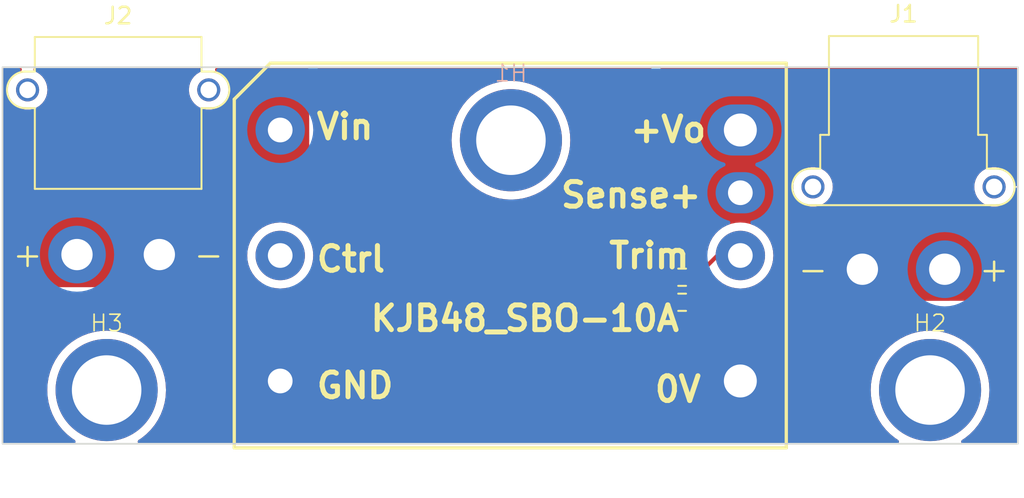
<source format=kicad_pcb>
(kicad_pcb (version 20221018) (generator pcbnew)
  (layers (0 "F.Cu" signal) (31 "B.Cu" signal) (34 "B.Paste" user) (35 "F.Paste" user) (36 "B.SilkS" user "B.Silkscreen") (37 "F.SilkS" user "F.Silkscreen") (38 "B.Mask" user) (39 "F.Mask" user) (44 "Edge.Cuts" user))
  (net 0 "")
  (net 2 "GND")
  (net 3 "/Out")
  (net 4 "+24V")
  (net 5 "Net-(U1-Trim)")
  (footprint "DingLAB_miniPC_Power:SMTSO30110CTJ" (layer "F.Cu") (at 142 119.6)
    (fp_text reference "H2" (at 0 -4.064 unlocked) (layer "F.SilkS") (effects (font (thickness 0.1))))
    (fp_text value "MountingHole")
    (pad "1" thru_hole circle (at 0 0) (size 6.2 6.2) (drill 4.22) (layers "*.Cu" "*.Mask"))
  )
  (footprint "Resistor_SMD:R_0603_1608Metric" (layer "F.Cu") (at 126.945 114.27)
    (fp_text reference "R1" hide)
    (fp_text value "150k")
    (fp_line (start -0.237258 -0.5225) (end 0.237258 -0.5225) (stroke (width 0.12)) (layer "F.SilkS"))
    (fp_line (start -0.237258 0.5225) (end 0.237258 0.5225) (stroke (width 0.12)) (layer "F.SilkS"))
    (pad "1" smd roundrect (at -0.825 0) (size 0.8 0.95) (layers "F.Cu" "F.Paste" "F.Mask") (net 3 "/Out"))
    (pad "2" smd roundrect (at 0.825 0) (size 0.8 0.95) (layers "F.Cu" "F.Paste" "F.Mask") (net 5 "Net-(U1-Trim)"))
  )
  (footprint "Resistor_SMD:R_0603_1608Metric" (layer "F.Cu") (at 126.945 112.75)
    (fp_text reference "R2" hide)
    (fp_text value "1.15M")
    (fp_line (start -0.237258 -0.5225) (end 0.237258 -0.5225) (stroke (width 0.12)) (layer "F.SilkS"))
    (fp_line (start -0.237258 0.5225) (end 0.237258 0.5225) (stroke (width 0.12)) (layer "F.SilkS"))
    (pad "1" smd roundrect (at -0.825 0) (size 0.8 0.95) (layers "F.Cu" "F.Paste" "F.Mask") (net 3 "/Out"))
    (pad "2" smd roundrect (at 0.825 0) (size 0.8 0.95) (layers "F.Cu" "F.Paste" "F.Mask") (net 5 "Net-(U1-Trim)"))
  )
  (footprint "DingLAB_miniPC_Power:KJB48_SBO-10A" (layer "F.Cu") (at 116.51 111.43)
    (fp_text reference "U1" hide)
    (fp_text value "KJB48xxSBO-10A" hide)
    (fp_text user "Vin" (at -11.9125 -6.94726 unlocked) (layer "F.SilkS") (effects (font (size 1.5 1.5) (thickness 0.3048)) (justify left bottom)))
    (fp_text user "Ctrl" (at -11.90973 1.09699 unlocked) (layer "F.SilkS") (effects (font (size 1.5 1.5) (thickness 0.3048)) (justify left bottom)))
    (fp_text user "KJB48_SBO-10A" (at -8.636 4.699 unlocked) (layer "F.SilkS") (effects (font (size 1.5 1.5) (thickness 0.3048)) (justify left bottom)))
    (fp_text user "+Vo" (at 7.14514 -6.77287 unlocked) (layer "F.SilkS") (effects (font (size 1.5 1.5) (thickness 0.3048)) (justify left bottom)))
    (fp_text user "GND" (at -11.90973 8.7756 unlocked) (layer "F.SilkS") (effects (font (size 1.5 1.5) (thickness 0.3048)) (justify left bottom)))
    (fp_text user "Sense+" (at 2.921 -2.794 unlocked) (layer "F.SilkS") (effects (font (size 1.5 1.5) (thickness 0.3048)) (justify left bottom)))
    (fp_text user "0V" (at 8.62209 9.00223 unlocked) (layer "F.SilkS") (effects (font (size 1.5 1.5) (thickness 0.3048)) (justify left bottom)))
    (fp_text user "Trim" (at 5.842 0.889 unlocked) (layer "F.SilkS") (effects (font (size 1.5 1.5) (thickness 0.3048)) (justify left bottom)))
    (fp_line (start -16.76 -9.48731) (end -14.56731 -11.68) (stroke (width 0.2)) (layer "F.SilkS"))
    (fp_line (start -16.76 11.68) (end -16.76 -9.48731) (stroke (width 0.2)) (layer "F.SilkS"))
    (fp_line (start -16.76 11.68) (end 16.76 11.68) (stroke (width 0.2)) (layer "F.SilkS"))
    (fp_line (start -14.56731 -11.68) (end 16.76 -11.68) (stroke (width 0.2)) (layer "F.SilkS"))
    (fp_line (start 16.76 11.68) (end 16.76 -11.68) (stroke (width 0.2)) (layer "F.SilkS"))
    (pad "1" thru_hole circle (at -13.97 -7.62 270) (size 3 3) (drill 1.5) (layers "*.Cu" "*.Mask") (net 4 "+24V"))
    (pad "2" thru_hole circle (at -13.97 0 270) (size 3 3) (drill 1.5) (layers "*.Cu" "*.Mask"))
    (pad "3" thru_hole circle (at -13.97 7.62 270) (size 3 3) (drill 1.5) (layers "*.Cu" "*.Mask") (net 2 "GND"))
    (pad "4" thru_hole circle (at 13.97 7.62 270) (size 4 4) (drill 2) (layers "*.Cu" "*.Mask") (net 2 "GND"))
    (pad "5" thru_hole circle (at 13.97 0 270) (size 3 3) (drill 1.5) (layers "*.Cu" "*.Mask") (net 5 "Net-(U1-Trim)"))
    (pad "6" thru_hole oval (at 13.97 -3.81 270) (size 2.5 3) (drill 1.5) (layers "*.Cu" "*.Mask") (net 3 "/Out"))
    (pad "7" thru_hole oval (at 13.97 -7.62 270) (size 3.1 4) (drill 2) (layers "*.Cu" "*.Mask") (net 3 "/Out"))
  )
  (footprint "DingLAB_miniPC_Power:SMTSO30110CTJ" (layer "F.Cu") (at 92 119.6)
    (fp_text reference "H3" (at 0 -4.064 unlocked) (layer "F.SilkS") (effects (font (thickness 0.1))))
    (fp_text value "MountingHole")
    (pad "1" thru_hole circle (at 0 0) (size 6.2 6.2) (drill 4.22) (layers "*.Cu" "*.Mask"))
  )
  (footprint "DingLAB_miniPC_Power:AMASS_XT30PW-F_Horizontal" (layer "F.Cu") (at 137.89 112.264)
    (fp_text reference "J1" (at 2.5 -15.5) (layer "F.SilkS"))
    (fp_text value "Conn_01x02_Pin")
    (fp_text user "+" (at 8 0) (layer "F.SilkS") (effects (font (size 1.5 1.5))))
    (fp_text user "-" (at -3 0) (layer "F.SilkS") (effects (font (size 1.5 1.5))))
    (fp_line (start -3.26 -6.11) (end -2.56 -6.11) (stroke (width 0.12)) (layer "F.SilkS"))
    (fp_line (start -3.26 -3.89) (end 8.26 -3.89) (stroke (width 0.12)) (layer "F.SilkS"))
    (fp_line (start -2.56 -8.16) (end -2.56 -6.11) (stroke (width 0.12)) (layer "F.SilkS"))
    (fp_line (start -2.56 -8.16) (end -2.03 -8.16) (stroke (width 0.12)) (layer "F.SilkS"))
    (fp_line (start -2.03 -14.16) (end -2.03 -8.16) (stroke (width 0.12)) (layer "F.SilkS"))
    (fp_line (start -2.03 -14.16) (end 7 -14.16) (stroke (width 0.12)) (layer "F.SilkS"))
    (fp_line (start 7.03 -14.16) (end 7.03 -8.16) (stroke (width 0.12)) (layer "F.SilkS"))
    (fp_line (start 7.03 -8.16) (end 7.56 -8.16) (stroke (width 0.12)) (layer "F.SilkS"))
    (fp_line (start 7.56 -8.16) (end 7.56 -6.11) (stroke (width 0.12)) (layer "F.SilkS"))
    (fp_line (start 7.56 -6.11) (end 8.26 -6.11) (stroke (width 0.12)) (layer "F.SilkS"))
    (fp_arc (start -3.321729 -3.903365) (mid -4.256653 -5.086124) (end -3.15 -6.11) (stroke (width 0.12)) (layer "F.SilkS"))
    (fp_arc (start 8.15 -6.11) (mid 9.26 -5) (end 8.15 -3.89) (stroke (width 0.12)) (layer "F.SilkS"))
    (pad "" thru_hole circle (at -3 -5 90) (size 1.4 1.4) (drill 1) (layers "*.Cu" "*.Mask"))
    (pad "" thru_hole circle (at 8 -5) (size 1.4 1.4) (drill 1) (layers "*.Cu" "*.Mask"))
    (pad "1" thru_hole rect (at 0 0) (size 3.5 3.5) (drill 1.9) (layers "*.Cu" "*.Mask") (net 2 "GND"))
    (pad "2" thru_hole circle (at 5 0) (size 3.5 3.5) (drill 1.9) (layers "*.Cu" "*.Mask") (net 3 "/Out"))
  )
  (footprint "DingLAB_miniPC_Power:AMASS_XT30PW-M_Horizontal" (layer "F.Cu") (at 95.2 111.373)
    (fp_text reference "J2" (at -2.5 -14.5) (layer "F.SilkS"))
    (fp_text value "Conn_01x02_Pin")
    (fp_text user "+" (at -8 0) (layer "F.SilkS") (effects (font (size 1.5 1.5))))
    (fp_text user "-" (at 3 0) (layer "F.SilkS") (effects (font (size 1.5 1.5))))
    (fp_line (start -8.15 -11.11) (end -7.56 -11.11) (stroke (width 0.12)) (layer "F.SilkS"))
    (fp_line (start -8.15 -8.89) (end -7.56 -8.89) (stroke (width 0.12)) (layer "F.SilkS"))
    (fp_line (start -7.56 -13.21) (end -7.56 -11.11) (stroke (width 0.12)) (layer "F.SilkS"))
    (fp_line (start -7.56 -13.21) (end 2.56 -13.21) (stroke (width 0.12)) (layer "F.SilkS"))
    (fp_line (start -7.56 -8.89) (end -7.56 -3.99) (stroke (width 0.12)) (layer "F.SilkS"))
    (fp_line (start -7.56 -3.99) (end 2.56 -3.99) (stroke (width 0.12)) (layer "F.SilkS"))
    (fp_line (start 2.56 -13.21) (end 2.56 -11.11) (stroke (width 0.12)) (layer "F.SilkS"))
    (fp_line (start 2.56 -11.11) (end 3.15 -11.11) (stroke (width 0.12)) (layer "F.SilkS"))
    (fp_line (start 2.56 -8.89) (end 2.56 -3.99) (stroke (width 0.12)) (layer "F.SilkS"))
    (fp_line (start 2.56 -8.89) (end 3.15 -8.89) (stroke (width 0.12)) (layer "F.SilkS"))
    (fp_arc (start -8.15 -8.89) (mid -9.26 -10) (end -8.15 -11.11) (stroke (width 0.12)) (layer "F.SilkS"))
    (fp_arc (start 3.15 -11.11) (mid 4.26 -10) (end 3.15 -8.89) (stroke (width 0.12)) (layer "F.SilkS"))
    (pad "" thru_hole circle (at -8 -10) (size 1.4 1.4) (drill 1) (layers "*.Cu" "*.Mask"))
    (pad "" thru_hole circle (at 3 -10) (size 1.4 1.4) (drill 1) (layers "*.Cu" "*.Mask"))
    (pad "1" thru_hole rect (at 0 0) (size 3.5 3.5) (drill 1.9) (layers "*.Cu" "*.Mask") (net 2 "GND"))
    (pad "2" thru_hole circle (at -5 0) (size 3.5 3.5) (drill 1.9) (layers "*.Cu" "*.Mask") (net 4 "+24V"))
  )
  (footprint "DingLAB_miniPC_Power:SMTSO3020CTJ" (layer "B.Cu") (at 116.55 104.43 180)
    (fp_text reference "H1" (at 0 4.064 unlocked) (layer "B.SilkS") (effects (font (thickness 0.1)) (justify mirror)))
    (fp_text value "MountingHole")
    (pad "1" thru_hole circle (at 0 0 180) (size 6.2 6.2) (drill 4.22) (layers "*.Cu" "*.Mask"))
  )
  (gr_rect (start 85.68 100) (end 147.33 122.86) (stroke (width 0.1)) (fill none) (layer "Edge.Cuts"))
  (segment (start 130.48 111.43) (end 129.09 111.43) (width 0.25) (layer "F.Cu") (net 5))
  (segment (start 127.77 112.75) (end 127.77 114.27) (width 0.25) (layer "F.Cu") (net 5))
  (segment (start 129.09 111.43) (end 127.77 112.75) (width 0.25) (layer "F.Cu") (net 5))
  (zone (net 3) (net_name "/Out") (layer "F.Cu") (priority 1) (connect_pads yes (clearance 0.5)) (min_thickness 0.25) (fill yes (thermal_gap 0.5) (thermal_bridge_width 0.5))
    (polygon (pts (xy 125.6 100.02) (xy 147.33 100.01) (xy 147.33 114.18) (xy 125.59 114.19)))
  )
  (zone (net 2) (net_name "GND") (layer "F.Cu") (connect_pads yes (clearance 0.5)) (min_thickness 0.25) (fill yes (thermal_gap 0.5) (thermal_bridge_width 0.5))
    (polygon (pts (xy 85.689051 99.990026) (xy 147.339051 100.000026) (xy 147.339051 122.870026) (xy 85.679051 122.860026)))
  )
  (zone (net 4) (net_name "+24V") (layer "F.Cu") (priority 1) (connect_pads yes (clearance 0.5)) (min_thickness 0.25) (fill yes (thermal_gap 0.5) (thermal_bridge_width 0.5))
    (polygon (pts (xy 85.690411 100.010044) (xy 104.290411 100.030044) (xy 104.330411 113.370044) (xy 85.720411 113.350044)))
  )
  (zone (net 2) (net_name "GND") (layer "B.Cu") (connect_pads yes (clearance 0.5)) (min_thickness 0.25) (fill yes (thermal_gap 0.5) (thermal_bridge_width 0.5))
    (polygon (pts (xy 147.39 100.1) (xy 147.38 122.94) (xy 85.68 122.89) (xy 85.68 100.04)))
  )
)
</source>
